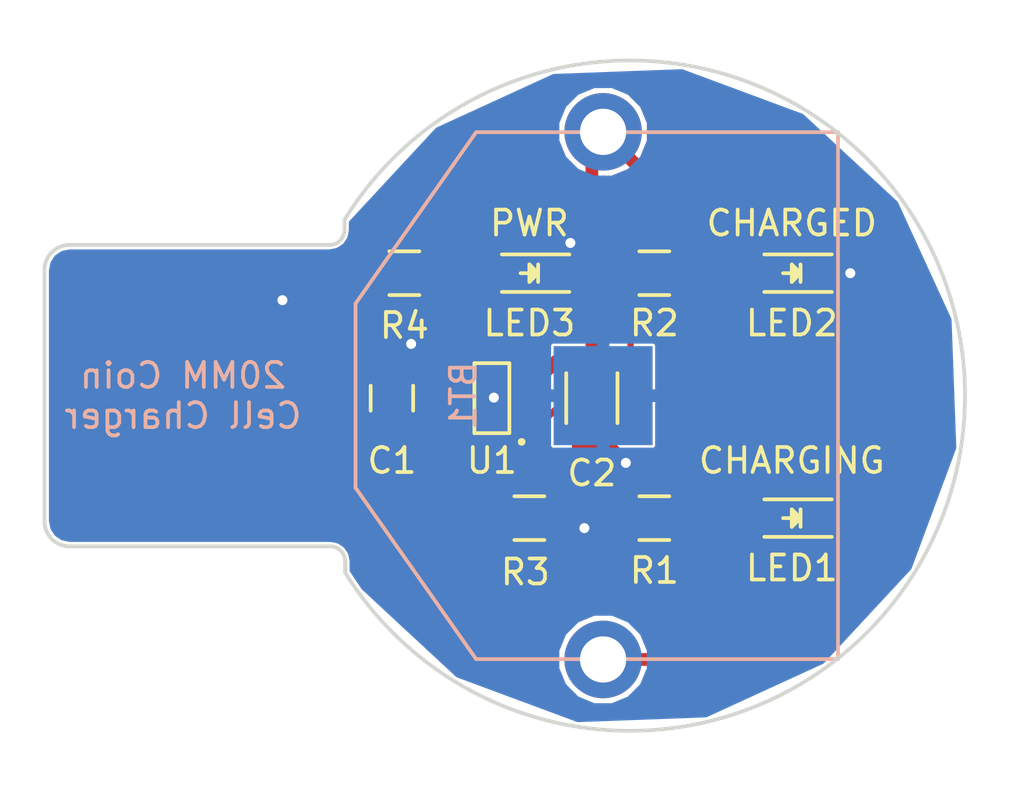
<source format=kicad_pcb>
(kicad_pcb (version 20160815) (host pcbnew "(2017-01-24 revision 0b6147e)-makepkg")

  (general
    (links 20)
    (no_connects 0)
    (area 102.32 79.57 143.310001 111.510001)
    (thickness 1.6)
    (drawings 14)
    (tracks 76)
    (zones 0)
    (modules 12)
    (nets 11)
  )

  (page A4)
  (layers
    (0 F.Cu signal)
    (31 B.Cu signal)
    (32 B.Adhes user)
    (33 F.Adhes user)
    (34 B.Paste user)
    (35 F.Paste user)
    (36 B.SilkS user)
    (37 F.SilkS user)
    (38 B.Mask user)
    (39 F.Mask user)
    (40 Dwgs.User user)
    (41 Cmts.User user)
    (42 Eco1.User user)
    (43 Eco2.User user)
    (44 Edge.Cuts user)
    (45 Margin user)
    (46 B.CrtYd user)
    (47 F.CrtYd user)
    (48 B.Fab user)
    (49 F.Fab user)
  )

  (setup
    (last_trace_width 0.508)
    (user_trace_width 0.254)
    (user_trace_width 0.508)
    (user_trace_width 0.762)
    (trace_clearance 0.2)
    (zone_clearance 0.1016)
    (zone_45_only no)
    (trace_min 0.2)
    (segment_width 0.2)
    (edge_width 0.15)
    (via_size 0.8)
    (via_drill 0.4)
    (via_min_size 0.4)
    (via_min_drill 0.3)
    (uvia_size 0.3)
    (uvia_drill 0.1)
    (uvias_allowed no)
    (uvia_min_size 0.2)
    (uvia_min_drill 0.1)
    (pcb_text_width 0.3)
    (pcb_text_size 1.5 1.5)
    (mod_edge_width 0.15)
    (mod_text_size 1 1)
    (mod_text_width 0.15)
    (pad_size 1.524 1.524)
    (pad_drill 0.762)
    (pad_to_mask_clearance 0.2)
    (aux_axis_origin 0 0)
    (visible_elements 7FFEFFFF)
    (pcbplotparams
      (layerselection 0x010f0_ffffffff)
      (usegerberextensions true)
      (excludeedgelayer true)
      (linewidth 0.100000)
      (plotframeref false)
      (viasonmask false)
      (mode 1)
      (useauxorigin false)
      (hpglpennumber 1)
      (hpglpenspeed 20)
      (hpglpendiameter 15)
      (psnegative false)
      (psa4output false)
      (plotreference true)
      (plotvalue true)
      (plotinvisibletext false)
      (padsonsilk false)
      (subtractmaskfromsilk true)
      (outputformat 1)
      (mirror false)
      (drillshape 0)
      (scaleselection 1)
      (outputdirectory Gerber/))
  )

  (net 0 "")
  (net 1 GND)
  (net 2 "Net-(BT1-Pad1)")
  (net 3 /+5V)
  (net 4 "Net-(J1-Pad3)")
  (net 5 "Net-(J1-Pad2)")
  (net 6 "Net-(LED1-Pad1)")
  (net 7 "Net-(LED2-Pad2)")
  (net 8 "Net-(R1-Pad2)")
  (net 9 "Net-(R3-Pad1)")
  (net 10 "Net-(LED3-Pad2)")

  (net_class Default "This is the default net class."
    (clearance 0.2)
    (trace_width 0.25)
    (via_dia 0.8)
    (via_drill 0.4)
    (uvia_dia 0.3)
    (uvia_drill 0.1)
    (add_net /+5V)
    (add_net GND)
    (add_net "Net-(BT1-Pad1)")
    (add_net "Net-(J1-Pad2)")
    (add_net "Net-(J1-Pad3)")
    (add_net "Net-(LED1-Pad1)")
    (add_net "Net-(LED2-Pad2)")
    (add_net "Net-(LED3-Pad2)")
    (add_net "Net-(R1-Pad2)")
    (add_net "Net-(R3-Pad1)")
  )

  (module BatteryHolder_MPD_BK_888:BatteryHolder_MPD_BK_888 (layer B.Cu) (tedit 59322B2D) (tstamp 5958E169)
    (at 126.45 95.4 90)
    (path /594D1FAA)
    (fp_text reference BT1 (at 0 -5.588 90) (layer B.SilkS)
      (effects (font (size 1 1) (thickness 0.15)) (justify mirror))
    )
    (fp_text value "1 Cell Li-Ion Battery" (at 0 4.445 90) (layer B.Fab)
      (effects (font (size 1 1) (thickness 0.15)) (justify mirror))
    )
    (fp_line (start 10.541 9.398) (end 10.541 0) (layer B.SilkS) (width 0.15))
    (fp_line (start -10.541 9.398) (end 10.541 9.398) (layer B.SilkS) (width 0.15))
    (fp_line (start -10.541 0) (end -10.541 9.398) (layer B.SilkS) (width 0.15))
    (fp_line (start 10.541 0) (end 10.541 -5.08) (layer B.SilkS) (width 0.15))
    (fp_line (start 3.683 -9.906) (end 0 -9.906) (layer B.SilkS) (width 0.15))
    (fp_line (start 0 -9.906) (end -3.683 -9.906) (layer B.SilkS) (width 0.15))
    (fp_line (start 3.683 -9.906) (end 10.541 -5.08) (layer B.SilkS) (width 0.15))
    (fp_line (start -10.541 -5.08) (end -3.683 -9.906) (layer B.SilkS) (width 0.15))
    (fp_line (start -10.541 0) (end -10.541 -5.08) (layer B.SilkS) (width 0.15))
    (pad 2 smd rect (at 0 0 90) (size 3.96 3.96) (layers B.Cu B.Paste B.Mask)
      (net 1 GND))
    (pad 1 thru_hole circle (at 10.555 0 90) (size 3.1 3.1) (drill 1.85) (layers *.Cu *.Mask)
      (net 2 "Net-(BT1-Pad1)"))
    (pad 1 thru_hole circle (at -10.555 0 90) (size 3.1 3.1) (drill 1.85) (layers *.Cu *.Mask)
      (net 2 "Net-(BT1-Pad1)"))
    (model ${KIPRJMOD}/3dmodels/BK-888.step
      (at (xyz 0 0 0.1456692913385827))
      (scale (xyz 0.98 0.98 0.98))
      (rotate (xyz 270 0 0))
    )
  )

  (module Capacitors_SMD:C_0805 (layer F.Cu) (tedit 595A4D99) (tstamp 5958E16F)
    (at 118 95.5 90)
    (descr "Capacitor SMD 0805, reflow soldering, AVX (see smccp.pdf)")
    (tags "capacitor 0805")
    (path /594D1F2B)
    (attr smd)
    (fp_text reference C1 (at -2.5 0 180) (layer F.SilkS)
      (effects (font (size 1 1) (thickness 0.15)))
    )
    (fp_text value 4.7uF (at 0 2.1 90) (layer F.Fab)
      (effects (font (size 1 1) (thickness 0.15)))
    )
    (fp_line (start -1.8 -1) (end 1.8 -1) (layer F.CrtYd) (width 0.05))
    (fp_line (start -1.8 1) (end 1.8 1) (layer F.CrtYd) (width 0.05))
    (fp_line (start -1.8 -1) (end -1.8 1) (layer F.CrtYd) (width 0.05))
    (fp_line (start 1.8 -1) (end 1.8 1) (layer F.CrtYd) (width 0.05))
    (fp_line (start 0.5 -0.85) (end -0.5 -0.85) (layer F.SilkS) (width 0.15))
    (fp_line (start -0.5 0.85) (end 0.5 0.85) (layer F.SilkS) (width 0.15))
    (pad 1 smd rect (at -1 0 90) (size 1 1.25) (layers F.Cu F.Paste F.Mask)
      (net 3 /+5V))
    (pad 2 smd rect (at 1 0 90) (size 1 1.25) (layers F.Cu F.Paste F.Mask)
      (net 1 GND))
    (model Capacitors_SMD.3dshapes/C_0805.wrl
      (at (xyz 0 0 0))
      (scale (xyz 1 1 1))
      (rotate (xyz 0 0 0))
    )
  )

  (module Capacitors_SMD:C_1206 (layer F.Cu) (tedit 595B1198) (tstamp 5958E175)
    (at 126 95.5 270)
    (descr "Capacitor SMD 1206, reflow soldering, AVX (see smccp.pdf)")
    (tags "capacitor 1206")
    (path /594D1F54)
    (attr smd)
    (fp_text reference C2 (at 3 0) (layer F.SilkS)
      (effects (font (size 1 1) (thickness 0.15)))
    )
    (fp_text value 10uF (at 0 2.3 270) (layer F.Fab)
      (effects (font (size 1 1) (thickness 0.15)))
    )
    (fp_line (start -2.3 -1.15) (end 2.3 -1.15) (layer F.CrtYd) (width 0.05))
    (fp_line (start -2.3 1.15) (end 2.3 1.15) (layer F.CrtYd) (width 0.05))
    (fp_line (start -2.3 -1.15) (end -2.3 1.15) (layer F.CrtYd) (width 0.05))
    (fp_line (start 2.3 -1.15) (end 2.3 1.15) (layer F.CrtYd) (width 0.05))
    (fp_line (start 1 -1.025) (end -1 -1.025) (layer F.SilkS) (width 0.15))
    (fp_line (start -1 1.025) (end 1 1.025) (layer F.SilkS) (width 0.15))
    (pad 1 smd rect (at -1.5 0 270) (size 1 1.6) (layers F.Cu F.Paste F.Mask)
      (net 2 "Net-(BT1-Pad1)"))
    (pad 2 smd rect (at 1.5 0 270) (size 1 1.6) (layers F.Cu F.Paste F.Mask)
      (net 1 GND))
    (model Capacitors_SMD.3dshapes/C_1206.wrl
      (at (xyz 0 0 0))
      (scale (xyz 1 1 1))
      (rotate (xyz 0 0 0))
    )
  )

  (module Usb_A:usb-PCB (layer F.Cu) (tedit 542BB0AF) (tstamp 5958E183)
    (at 104.1 95.4 270)
    (path /594D0D6F)
    (attr virtual)
    (fp_text reference J1 (at 0.13 -7.85 270) (layer F.SilkS) hide
      (effects (font (size 1.5 1.5) (thickness 0.15)))
    )
    (fp_text value USB_A_PLUG (at 0.29 -10.13 270) (layer F.SilkS) hide
      (effects (font (size 1.5 1.5) (thickness 0.15)))
    )
    (fp_line (start 6.03 0) (end 6.03 -12) (layer Dwgs.User) (width 0.15))
    (fp_line (start 6.03 0) (end -6.03 0) (layer Dwgs.User) (width 0.15))
    (fp_line (start -6.03 0) (end -6.03 -12) (layer Dwgs.User) (width 0.15))
    (pad 1 connect rect (at 3.81 -4.9 270) (size 1.9 8) (layers F.Cu F.Mask)
      (net 3 /+5V))
    (pad 4 connect rect (at -3.81 -4.9 270) (size 1.9 8) (layers F.Cu F.Mask)
      (net 1 GND))
    (pad 3 connect rect (at -1.3 -5.15 270) (size 2 7.5) (layers F.Cu F.Mask)
      (net 4 "Net-(J1-Pad3)"))
    (pad 2 connect rect (at 1.3 -5.15 270) (size 2 7.5) (layers F.Cu F.Mask)
      (net 5 "Net-(J1-Pad2)"))
  )

  (module LEDs:LED_0805 (layer F.Cu) (tedit 595A4FC9) (tstamp 5958E189)
    (at 134 100.3 180)
    (descr "LED 0805 smd package")
    (tags "LED 0805 SMD")
    (path /594D1F97)
    (attr smd)
    (fp_text reference LED1 (at 0 -2 180) (layer F.SilkS)
      (effects (font (size 1 1) (thickness 0.15)))
    )
    (fp_text value ORANGE (at 0 1.75 180) (layer F.Fab)
      (effects (font (size 1 1) (thickness 0.15)))
    )
    (fp_line (start -1.9 -0.95) (end 1.9 -0.95) (layer F.CrtYd) (width 0.05))
    (fp_line (start -1.9 0.95) (end -1.9 -0.95) (layer F.CrtYd) (width 0.05))
    (fp_line (start 1.9 0.95) (end -1.9 0.95) (layer F.CrtYd) (width 0.05))
    (fp_line (start 1.9 -0.95) (end 1.9 0.95) (layer F.CrtYd) (width 0.05))
    (fp_line (start 0 0.35) (end -0.35 0) (layer F.SilkS) (width 0.15))
    (fp_line (start 0 -0.35) (end 0 0.35) (layer F.SilkS) (width 0.15))
    (fp_line (start -0.35 0) (end 0 -0.35) (layer F.SilkS) (width 0.15))
    (fp_line (start 0 0) (end 0.35 0) (layer F.SilkS) (width 0.15))
    (fp_line (start -0.35 -0.35) (end -0.35 0.35) (layer F.SilkS) (width 0.15))
    (fp_line (start -0.1 -0.1) (end -0.25 0.05) (layer F.SilkS) (width 0.15))
    (fp_line (start -0.1 0.15) (end -0.1 -0.1) (layer F.SilkS) (width 0.15))
    (fp_line (start -1.6 -0.75) (end 1.1 -0.75) (layer F.SilkS) (width 0.15))
    (fp_line (start -1.6 0.75) (end 1.1 0.75) (layer F.SilkS) (width 0.15))
    (pad 1 smd rect (at -1.04902 0) (size 1.19888 1.19888) (layers F.Cu F.Paste F.Mask)
      (net 6 "Net-(LED1-Pad1)"))
    (pad 2 smd rect (at 1.04902 0) (size 1.19888 1.19888) (layers F.Cu F.Paste F.Mask)
      (net 3 /+5V))
    (model LEDs.3dshapes/LED_0805.wrl
      (at (xyz 0 0 0))
      (scale (xyz 1 1 1))
      (rotate (xyz 0 0 0))
    )
  )

  (module LEDs:LED_0805 (layer F.Cu) (tedit 595A4FE0) (tstamp 5958E18F)
    (at 134 90.5 180)
    (descr "LED 0805 smd package")
    (tags "LED 0805 SMD")
    (path /594D1F9E)
    (attr smd)
    (fp_text reference LED2 (at 0 -2 180) (layer F.SilkS)
      (effects (font (size 1 1) (thickness 0.15)))
    )
    (fp_text value GREEN (at 0 1.75 180) (layer F.Fab)
      (effects (font (size 1 1) (thickness 0.15)))
    )
    (fp_line (start -1.6 0.75) (end 1.1 0.75) (layer F.SilkS) (width 0.15))
    (fp_line (start -1.6 -0.75) (end 1.1 -0.75) (layer F.SilkS) (width 0.15))
    (fp_line (start -0.1 0.15) (end -0.1 -0.1) (layer F.SilkS) (width 0.15))
    (fp_line (start -0.1 -0.1) (end -0.25 0.05) (layer F.SilkS) (width 0.15))
    (fp_line (start -0.35 -0.35) (end -0.35 0.35) (layer F.SilkS) (width 0.15))
    (fp_line (start 0 0) (end 0.35 0) (layer F.SilkS) (width 0.15))
    (fp_line (start -0.35 0) (end 0 -0.35) (layer F.SilkS) (width 0.15))
    (fp_line (start 0 -0.35) (end 0 0.35) (layer F.SilkS) (width 0.15))
    (fp_line (start 0 0.35) (end -0.35 0) (layer F.SilkS) (width 0.15))
    (fp_line (start 1.9 -0.95) (end 1.9 0.95) (layer F.CrtYd) (width 0.05))
    (fp_line (start 1.9 0.95) (end -1.9 0.95) (layer F.CrtYd) (width 0.05))
    (fp_line (start -1.9 0.95) (end -1.9 -0.95) (layer F.CrtYd) (width 0.05))
    (fp_line (start -1.9 -0.95) (end 1.9 -0.95) (layer F.CrtYd) (width 0.05))
    (pad 2 smd rect (at 1.04902 0) (size 1.19888 1.19888) (layers F.Cu F.Paste F.Mask)
      (net 7 "Net-(LED2-Pad2)"))
    (pad 1 smd rect (at -1.04902 0) (size 1.19888 1.19888) (layers F.Cu F.Paste F.Mask)
      (net 1 GND))
    (model LEDs.3dshapes/LED_0805.wrl
      (at (xyz 0 0 0))
      (scale (xyz 1 1 1))
      (rotate (xyz 0 0 0))
    )
  )

  (module Resistors_SMD:R_0805 (layer F.Cu) (tedit 5415CDEB) (tstamp 5958E195)
    (at 128.5 100.3 180)
    (descr "Resistor SMD 0805, reflow soldering, Vishay (see dcrcw.pdf)")
    (tags "resistor 0805")
    (path /594D1F65)
    (attr smd)
    (fp_text reference R1 (at 0 -2.1 180) (layer F.SilkS)
      (effects (font (size 1 1) (thickness 0.15)))
    )
    (fp_text value 470 (at 0 2.1 180) (layer F.Fab)
      (effects (font (size 1 1) (thickness 0.15)))
    )
    (fp_line (start -1.6 -1) (end 1.6 -1) (layer F.CrtYd) (width 0.05))
    (fp_line (start -1.6 1) (end 1.6 1) (layer F.CrtYd) (width 0.05))
    (fp_line (start -1.6 -1) (end -1.6 1) (layer F.CrtYd) (width 0.05))
    (fp_line (start 1.6 -1) (end 1.6 1) (layer F.CrtYd) (width 0.05))
    (fp_line (start 0.6 0.875) (end -0.6 0.875) (layer F.SilkS) (width 0.15))
    (fp_line (start -0.6 -0.875) (end 0.6 -0.875) (layer F.SilkS) (width 0.15))
    (pad 1 smd rect (at -0.95 0 180) (size 0.7 1.3) (layers F.Cu F.Paste F.Mask)
      (net 6 "Net-(LED1-Pad1)"))
    (pad 2 smd rect (at 0.95 0 180) (size 0.7 1.3) (layers F.Cu F.Paste F.Mask)
      (net 8 "Net-(R1-Pad2)"))
    (model Resistors_SMD.3dshapes/R_0805.wrl
      (at (xyz 0 0 0))
      (scale (xyz 1 1 1))
      (rotate (xyz 0 0 0))
    )
  )

  (module Resistors_SMD:R_0805 (layer F.Cu) (tedit 595A4FDB) (tstamp 5958E19B)
    (at 128.5 90.5 180)
    (descr "Resistor SMD 0805, reflow soldering, Vishay (see dcrcw.pdf)")
    (tags "resistor 0805")
    (path /594D1F6C)
    (attr smd)
    (fp_text reference R2 (at 0 -2 180) (layer F.SilkS)
      (effects (font (size 1 1) (thickness 0.15)))
    )
    (fp_text value 470 (at 0 2.1 180) (layer F.Fab)
      (effects (font (size 1 1) (thickness 0.15)))
    )
    (fp_line (start -0.6 -0.875) (end 0.6 -0.875) (layer F.SilkS) (width 0.15))
    (fp_line (start 0.6 0.875) (end -0.6 0.875) (layer F.SilkS) (width 0.15))
    (fp_line (start 1.6 -1) (end 1.6 1) (layer F.CrtYd) (width 0.05))
    (fp_line (start -1.6 -1) (end -1.6 1) (layer F.CrtYd) (width 0.05))
    (fp_line (start -1.6 1) (end 1.6 1) (layer F.CrtYd) (width 0.05))
    (fp_line (start -1.6 -1) (end 1.6 -1) (layer F.CrtYd) (width 0.05))
    (pad 2 smd rect (at 0.95 0 180) (size 0.7 1.3) (layers F.Cu F.Paste F.Mask)
      (net 8 "Net-(R1-Pad2)"))
    (pad 1 smd rect (at -0.95 0 180) (size 0.7 1.3) (layers F.Cu F.Paste F.Mask)
      (net 7 "Net-(LED2-Pad2)"))
    (model Resistors_SMD.3dshapes/R_0805.wrl
      (at (xyz 0 0 0))
      (scale (xyz 1 1 1))
      (rotate (xyz 0 0 0))
    )
  )

  (module Resistors_SMD:R_0805 (layer F.Cu) (tedit 595A4D66) (tstamp 5958E1A1)
    (at 123.5 100.3)
    (descr "Resistor SMD 0805, reflow soldering, Vishay (see dcrcw.pdf)")
    (tags "resistor 0805")
    (path /594D1F3B)
    (attr smd)
    (fp_text reference R3 (at -0.16 2.16) (layer F.SilkS)
      (effects (font (size 1 1) (thickness 0.15)))
    )
    (fp_text value 28K (at 0 2.1) (layer F.Fab)
      (effects (font (size 1 1) (thickness 0.15)))
    )
    (fp_line (start -0.6 -0.875) (end 0.6 -0.875) (layer F.SilkS) (width 0.15))
    (fp_line (start 0.6 0.875) (end -0.6 0.875) (layer F.SilkS) (width 0.15))
    (fp_line (start 1.6 -1) (end 1.6 1) (layer F.CrtYd) (width 0.05))
    (fp_line (start -1.6 -1) (end -1.6 1) (layer F.CrtYd) (width 0.05))
    (fp_line (start -1.6 1) (end 1.6 1) (layer F.CrtYd) (width 0.05))
    (fp_line (start -1.6 -1) (end 1.6 -1) (layer F.CrtYd) (width 0.05))
    (pad 2 smd rect (at 0.95 0) (size 0.7 1.3) (layers F.Cu F.Paste F.Mask)
      (net 1 GND))
    (pad 1 smd rect (at -0.95 0) (size 0.7 1.3) (layers F.Cu F.Paste F.Mask)
      (net 9 "Net-(R3-Pad1)"))
    (model Resistors_SMD.3dshapes/R_0805.wrl
      (at (xyz 0 0 0))
      (scale (xyz 1 1 1))
      (rotate (xyz 0 0 0))
    )
  )

  (module Resistors_SMD:R_0805 (layer F.Cu) (tedit 5415CDEB) (tstamp 5958E1A7)
    (at 118.5 90.5 180)
    (descr "Resistor SMD 0805, reflow soldering, Vishay (see dcrcw.pdf)")
    (tags "resistor 0805")
    (path /594C94A9)
    (attr smd)
    (fp_text reference R4 (at 0 -2.1 180) (layer F.SilkS)
      (effects (font (size 1 1) (thickness 0.15)))
    )
    (fp_text value 470 (at 0 2.1 180) (layer F.Fab)
      (effects (font (size 1 1) (thickness 0.15)))
    )
    (fp_line (start -1.6 -1) (end 1.6 -1) (layer F.CrtYd) (width 0.05))
    (fp_line (start -1.6 1) (end 1.6 1) (layer F.CrtYd) (width 0.05))
    (fp_line (start -1.6 -1) (end -1.6 1) (layer F.CrtYd) (width 0.05))
    (fp_line (start 1.6 -1) (end 1.6 1) (layer F.CrtYd) (width 0.05))
    (fp_line (start 0.6 0.875) (end -0.6 0.875) (layer F.SilkS) (width 0.15))
    (fp_line (start -0.6 -0.875) (end 0.6 -0.875) (layer F.SilkS) (width 0.15))
    (pad 1 smd rect (at -0.95 0 180) (size 0.7 1.3) (layers F.Cu F.Paste F.Mask)
      (net 3 /+5V))
    (pad 2 smd rect (at 0.95 0 180) (size 0.7 1.3) (layers F.Cu F.Paste F.Mask)
      (net 10 "Net-(LED3-Pad2)"))
    (model Resistors_SMD.3dshapes/R_0805.wrl
      (at (xyz 0 0 0))
      (scale (xyz 1 1 1))
      (rotate (xyz 0 0 0))
    )
  )

  (module Microchip_MCP73831:Microchip_MCP73831 (layer F.Cu) (tedit 595A4FCF) (tstamp 5958E1B0)
    (at 122 95.5 90)
    (path /594D1F7A)
    (fp_text reference U1 (at -2.5 0 180) (layer F.SilkS)
      (effects (font (size 1 1) (thickness 0.15)))
    )
    (fp_text value MCP73831 (at -0.2 -4.2 90) (layer F.Fab)
      (effects (font (size 1 1) (thickness 0.15)))
    )
    (fp_circle (center -1.75 1.19) (end -1.69 1.24) (layer F.SilkS) (width 0.15))
    (fp_line (start -1.4 0.7) (end -1.4 -0.7) (layer F.SilkS) (width 0.15))
    (fp_line (start 1.4 0.7) (end -1.4 0.7) (layer F.SilkS) (width 0.15))
    (fp_line (start 1.4 0.6) (end 1.4 0.7) (layer F.SilkS) (width 0.15))
    (fp_line (start 1.4 -0.7) (end 1.4 0.6) (layer F.SilkS) (width 0.15))
    (fp_line (start -1.4 -0.7) (end 1.4 -0.7) (layer F.SilkS) (width 0.15))
    (pad 3 smd rect (at 0.97 1.38 90) (size 0.6 1.1) (layers F.Cu F.Paste F.Mask)
      (net 2 "Net-(BT1-Pad1)"))
    (pad 2 smd rect (at 0.02 1.38 90) (size 0.6 1.1) (layers F.Cu F.Paste F.Mask)
      (net 1 GND))
    (pad 1 smd rect (at -0.93 1.38 90) (size 0.6 1.1) (layers F.Cu F.Paste F.Mask)
      (net 8 "Net-(R1-Pad2)"))
    (pad 5 smd rect (at -0.93 -1.42 90) (size 0.6 1.1) (layers F.Cu F.Paste F.Mask)
      (net 9 "Net-(R3-Pad1)"))
    (pad 4 smd rect (at 0.97 -1.42 90) (size 0.6 1.1) (layers F.Cu F.Paste F.Mask)
      (net 3 /+5V))
    (model "C:/Users/Stache/Documents/KiCad Projects/3DModels/TO_SOT_Packages_SMD.3dshapes/SOT-23-5.wrl"
      (at (xyz 0 0 0))
      (scale (xyz 1 1 1))
      (rotate (xyz 0 0 270))
    )
  )

  (module LEDs:LED_0805 (layer F.Cu) (tedit 595A4FD5) (tstamp 59593618)
    (at 123.5 90.5 180)
    (descr "LED 0805 smd package")
    (tags "LED 0805 SMD")
    (path /594C999B)
    (attr smd)
    (fp_text reference LED3 (at 0 -2 180) (layer F.SilkS)
      (effects (font (size 1 1) (thickness 0.15)))
    )
    (fp_text value PWR_LED (at 0 1.75 180) (layer F.Fab)
      (effects (font (size 1 1) (thickness 0.15)))
    )
    (fp_line (start -1.6 0.75) (end 1.1 0.75) (layer F.SilkS) (width 0.15))
    (fp_line (start -1.6 -0.75) (end 1.1 -0.75) (layer F.SilkS) (width 0.15))
    (fp_line (start -0.1 0.15) (end -0.1 -0.1) (layer F.SilkS) (width 0.15))
    (fp_line (start -0.1 -0.1) (end -0.25 0.05) (layer F.SilkS) (width 0.15))
    (fp_line (start -0.35 -0.35) (end -0.35 0.35) (layer F.SilkS) (width 0.15))
    (fp_line (start 0 0) (end 0.35 0) (layer F.SilkS) (width 0.15))
    (fp_line (start -0.35 0) (end 0 -0.35) (layer F.SilkS) (width 0.15))
    (fp_line (start 0 -0.35) (end 0 0.35) (layer F.SilkS) (width 0.15))
    (fp_line (start 0 0.35) (end -0.35 0) (layer F.SilkS) (width 0.15))
    (fp_line (start 1.9 -0.95) (end 1.9 0.95) (layer F.CrtYd) (width 0.05))
    (fp_line (start 1.9 0.95) (end -1.9 0.95) (layer F.CrtYd) (width 0.05))
    (fp_line (start -1.9 0.95) (end -1.9 -0.95) (layer F.CrtYd) (width 0.05))
    (fp_line (start -1.9 -0.95) (end 1.9 -0.95) (layer F.CrtYd) (width 0.05))
    (pad 2 smd rect (at 1.04902 0) (size 1.19888 1.19888) (layers F.Cu F.Paste F.Mask)
      (net 10 "Net-(LED3-Pad2)"))
    (pad 1 smd rect (at -1.04902 0) (size 1.19888 1.19888) (layers F.Cu F.Paste F.Mask)
      (net 1 GND))
    (model LEDs.3dshapes/LED_0805.wrl
      (at (xyz 0 0 0))
      (scale (xyz 1 1 1))
      (rotate (xyz 0 0 0))
    )
  )

  (gr_text "20MM Coin\nCell Charger" (at 109.64 95.4) (layer B.SilkS)
    (effects (font (size 1 1) (thickness 0.15)) (justify mirror))
  )
  (gr_arc (start 115.53 102.03) (end 116.13 102.03) (angle -90) (layer Edge.Cuts) (width 0.15) (tstamp 59638898))
  (gr_arc (start 115.5 88.77) (end 116.1 88.77) (angle 90) (layer Edge.Cuts) (width 0.15))
  (gr_line (start 116.1 88.37) (end 116.1 88.77) (angle 90) (layer Edge.Cuts) (width 0.15))
  (gr_line (start 105.1 89.37) (end 115.5 89.37) (angle 90) (layer Edge.Cuts) (width 0.15))
  (gr_text CHARGING (at 134 98) (layer F.SilkS) (tstamp 595A4FAF)
    (effects (font (size 1 1) (thickness 0.15)))
  )
  (gr_text CHARGED (at 134 88.5) (layer F.SilkS)
    (effects (font (size 1 1) (thickness 0.15)))
  )
  (gr_text PWR (at 123.5 88.5) (layer F.SilkS)
    (effects (font (size 1 1) (thickness 0.15)))
  )
  (gr_line (start 116.13 102.48338) (end 116.13 102.03) (angle 90) (layer Edge.Cuts) (width 0.15))
  (gr_arc (start 127.52 95.4) (end 116.1 88.37) (angle 296.5) (layer Edge.Cuts) (width 0.15))
  (gr_line (start 104.1 90.37) (end 104.1 100.43) (angle 90) (layer Edge.Cuts) (width 0.15))
  (gr_line (start 115.53 101.43) (end 105.1 101.43) (angle 90) (layer Edge.Cuts) (width 0.15))
  (gr_arc (start 105.1 100.43) (end 105.1 101.43) (angle 90) (layer Edge.Cuts) (width 0.15))
  (gr_arc (start 105.1 90.37) (end 104.1 90.37) (angle 90) (layer Edge.Cuts) (width 0.15))

  (segment (start 124.45 100.3) (end 125.3 100.3) (width 0.254) (layer F.Cu) (net 1))
  (segment (start 125.3 100.3) (end 125.7 100.7) (width 0.254) (layer F.Cu) (net 1))
  (via (at 125.7 100.7) (size 0.8) (drill 0.4) (layers F.Cu B.Cu) (net 1))
  (segment (start 109 91.59) (end 113.61 91.59) (width 0.508) (layer F.Cu) (net 1))
  (segment (start 113.61 91.59) (end 113.62 91.58) (width 0.508) (layer F.Cu) (net 1))
  (via (at 113.62 91.58) (size 0.8) (drill 0.4) (layers F.Cu B.Cu) (net 1))
  (segment (start 124.54902 90.5) (end 124.54902 89.88098) (width 0.254) (layer F.Cu) (net 1))
  (segment (start 124.54902 89.88098) (end 125.14 89.29) (width 0.254) (layer F.Cu) (net 1))
  (via (at 125.14 89.29) (size 0.8) (drill 0.4) (layers F.Cu B.Cu) (net 1))
  (segment (start 118 94.5) (end 118 94.1) (width 0.254) (layer F.Cu) (net 1))
  (segment (start 118 94.1) (end 118.77 93.33) (width 0.254) (layer F.Cu) (net 1))
  (via (at 118.77 93.33) (size 0.8) (drill 0.4) (layers F.Cu B.Cu) (net 1))
  (segment (start 126 97) (end 126.27 97) (width 0.508) (layer F.Cu) (net 1))
  (segment (start 126.27 97) (end 127.36 98.09) (width 0.508) (layer F.Cu) (net 1))
  (via (at 127.36 98.09) (size 0.8) (drill 0.4) (layers F.Cu B.Cu) (net 1))
  (segment (start 123.38 95.48) (end 122.08 95.48) (width 0.508) (layer F.Cu) (net 1))
  (via (at 122.08 95.48) (size 0.8) (drill 0.4) (layers F.Cu B.Cu) (net 1))
  (segment (start 135.04902 90.5) (end 136.34 90.5) (width 0.254) (layer F.Cu) (net 1))
  (via (at 136.34 90.5) (size 0.8) (drill 0.4) (layers F.Cu B.Cu) (net 1))
  (segment (start 128.48 91.65) (end 128.48 86.875) (width 0.508) (layer F.Cu) (net 2))
  (segment (start 128.48 86.875) (end 126.45 84.845) (width 0.508) (layer F.Cu) (net 2))
  (segment (start 129.44 92.61) (end 128.48 91.65) (width 0.508) (layer F.Cu) (net 2))
  (segment (start 130.25 92.61) (end 129.44 92.61) (width 0.508) (layer F.Cu) (net 2))
  (segment (start 136.87 99.23) (end 130.25 92.61) (width 0.508) (layer F.Cu) (net 2))
  (segment (start 136.87 101.31) (end 136.87 99.23) (width 0.508) (layer F.Cu) (net 2))
  (segment (start 132.225 105.955) (end 136.87 101.31) (width 0.508) (layer F.Cu) (net 2))
  (segment (start 126.45 105.955) (end 132.225 105.955) (width 0.508) (layer F.Cu) (net 2))
  (segment (start 126 94) (end 126 85.295) (width 0.508) (layer F.Cu) (net 2))
  (segment (start 126 85.295) (end 126.45 84.845) (width 0.508) (layer F.Cu) (net 2))
  (segment (start 124.07 94.53) (end 124.6 94) (width 0.508) (layer F.Cu) (net 2))
  (segment (start 124.6 94) (end 126 94) (width 0.508) (layer F.Cu) (net 2))
  (segment (start 123.38 94.53) (end 124.07 94.53) (width 0.508) (layer F.Cu) (net 2))
  (segment (start 131.89 102.47) (end 132.95098 101.40902) (width 0.508) (layer F.Cu) (net 3))
  (segment (start 132.95098 101.40902) (end 132.95098 100.3) (width 0.508) (layer F.Cu) (net 3))
  (segment (start 121.27 102.47) (end 131.89 102.47) (width 0.508) (layer F.Cu) (net 3))
  (segment (start 118 99.2) (end 121.27 102.47) (width 0.508) (layer F.Cu) (net 3))
  (segment (start 118 98) (end 118 99.2) (width 0.508) (layer F.Cu) (net 3))
  (segment (start 118.8 92.4) (end 119.45 91.75) (width 0.508) (layer F.Cu) (net 3))
  (segment (start 119.45 91.75) (end 119.45 90.5) (width 0.508) (layer F.Cu) (net 3))
  (segment (start 117.2 92.4) (end 118.8 92.4) (width 0.508) (layer F.Cu) (net 3))
  (segment (start 115.7 93.9) (end 117.2 92.4) (width 0.508) (layer F.Cu) (net 3))
  (segment (start 115.7 97) (end 115.7 93.9) (width 0.508) (layer F.Cu) (net 3))
  (segment (start 113.49 99.21) (end 115.7 97) (width 0.508) (layer F.Cu) (net 3))
  (segment (start 109 99.21) (end 113.49 99.21) (width 0.508) (layer F.Cu) (net 3))
  (segment (start 119.5 94.8) (end 119.77 94.53) (width 0.508) (layer F.Cu) (net 3))
  (segment (start 119.77 94.53) (end 120.58 94.53) (width 0.508) (layer F.Cu) (net 3))
  (segment (start 119.5 95.7) (end 119.5 94.8) (width 0.508) (layer F.Cu) (net 3))
  (segment (start 118.7 96.5) (end 119.5 95.7) (width 0.508) (layer F.Cu) (net 3))
  (segment (start 118 96.5) (end 118.7 96.5) (width 0.508) (layer F.Cu) (net 3))
  (segment (start 116.79 99.21) (end 118 98) (width 0.508) (layer F.Cu) (net 3))
  (segment (start 118 98) (end 118 96.5) (width 0.508) (layer F.Cu) (net 3))
  (segment (start 109 99.21) (end 116.79 99.21) (width 0.508) (layer F.Cu) (net 3))
  (segment (start 118 96.5) (end 117.5 96.5) (width 0.25) (layer F.Cu) (net 3))
  (segment (start 134.6 98.83) (end 135.04902 99.27902) (width 0.254) (layer F.Cu) (net 6))
  (segment (start 135.04902 99.27902) (end 135.04902 100.3) (width 0.254) (layer F.Cu) (net 6))
  (segment (start 131.72 98.83) (end 134.6 98.83) (width 0.254) (layer F.Cu) (net 6))
  (segment (start 130.25 100.3) (end 131.72 98.83) (width 0.254) (layer F.Cu) (net 6))
  (segment (start 129.45 100.3) (end 130.25 100.3) (width 0.254) (layer F.Cu) (net 6))
  (segment (start 129.45 100) (end 129.5 100) (width 0.25) (layer F.Cu) (net 6))
  (segment (start 132.95098 90.5) (end 129.45 90.5) (width 0.254) (layer F.Cu) (net 7))
  (segment (start 123.38 97.18) (end 126.5 100.3) (width 0.254) (layer F.Cu) (net 8))
  (segment (start 126.5 100.3) (end 127.55 100.3) (width 0.254) (layer F.Cu) (net 8))
  (segment (start 123.38 96.43) (end 123.38 97.18) (width 0.254) (layer F.Cu) (net 8))
  (segment (start 123.38 96.43) (end 124.07 96.43) (width 0.254) (layer F.Cu) (net 8))
  (segment (start 124.07 96.43) (end 125 95.5) (width 0.254) (layer F.Cu) (net 8))
  (segment (start 125 95.5) (end 126.7 95.5) (width 0.254) (layer F.Cu) (net 8))
  (segment (start 126.7 95.5) (end 127.55 94.65) (width 0.254) (layer F.Cu) (net 8))
  (segment (start 127.55 94.65) (end 127.55 90.5) (width 0.254) (layer F.Cu) (net 8))
  (segment (start 120.58 99.38) (end 121.5 100.3) (width 0.254) (layer F.Cu) (net 9))
  (segment (start 121.5 100.3) (end 122.55 100.3) (width 0.254) (layer F.Cu) (net 9))
  (segment (start 120.58 96.43) (end 120.58 99.38) (width 0.254) (layer F.Cu) (net 9))
  (segment (start 122 88.9) (end 122.45098 89.35098) (width 0.254) (layer F.Cu) (net 10))
  (segment (start 122.45098 89.35098) (end 122.45098 90.5) (width 0.254) (layer F.Cu) (net 10))
  (segment (start 118.2 88.9) (end 122 88.9) (width 0.254) (layer F.Cu) (net 10))
  (segment (start 117.55 89.55) (end 118.2 88.9) (width 0.254) (layer F.Cu) (net 10))
  (segment (start 117.55 90.5) (end 117.55 89.55) (width 0.254) (layer F.Cu) (net 10))

  (zone (net 1) (net_name GND) (layer B.Cu) (tstamp 595B179B) (hatch edge 0.508)
    (connect_pads (clearance 0.1016))
    (min_thickness 0.254)
    (fill yes (arc_segments 16) (thermal_gap 0.1016) (thermal_bridge_width 0.508))
    (polygon
      (pts
        (xy 102.32 79.57) (xy 143.31 79.57) (xy 143.26 111.51) (xy 102.36 111.51)
      )
    )
    (filled_polygon
      (pts
        (xy 134.387729 84.243606) (xy 138.134321 87.721001) (xy 140.26498 92.367456) (xy 140.455331 97.475584) (xy 138.676394 102.267729)
        (xy 135.199 106.01432) (xy 130.552544 108.14498) (xy 125.444416 108.335331) (xy 120.652271 106.556394) (xy 120.404818 106.32672)
        (xy 124.572675 106.32672) (xy 124.857829 107.016846) (xy 125.385376 107.545316) (xy 126.075004 107.831674) (xy 126.82172 107.832325)
        (xy 127.511846 107.547171) (xy 128.040316 107.019624) (xy 128.326674 106.329996) (xy 128.327325 105.58328) (xy 128.042171 104.893154)
        (xy 127.514624 104.364684) (xy 126.824996 104.078326) (xy 126.07828 104.077675) (xy 125.388154 104.362829) (xy 124.859684 104.890376)
        (xy 124.573326 105.580004) (xy 124.572675 106.32672) (xy 120.404818 106.32672) (xy 116.887262 103.061906) (xy 116.4336 102.38638)
        (xy 116.4336 102.03) (xy 116.427766 102.000671) (xy 116.427766 101.970771) (xy 116.382095 101.741166) (xy 116.382095 101.741161)
        (xy 116.336762 101.631719) (xy 116.206701 101.437069) (xy 116.206699 101.437065) (xy 116.122936 101.353302) (xy 115.928284 101.22324)
        (xy 115.928281 101.223237) (xy 115.836473 101.185209) (xy 115.81884 101.177905) (xy 115.818839 101.177905) (xy 115.589229 101.132234)
        (xy 115.559329 101.132234) (xy 115.53 101.1264) (xy 105.129899 101.1264) (xy 104.835776 101.067896) (xy 104.611776 100.918224)
        (xy 104.462104 100.694224) (xy 104.4036 100.400101) (xy 104.4036 95.58415) (xy 124.2414 95.58415) (xy 124.2414 97.425471)
        (xy 124.276202 97.509491) (xy 124.340508 97.573797) (xy 124.424528 97.6086) (xy 126.26585 97.6086) (xy 126.323 97.55145)
        (xy 126.323 95.527) (xy 126.577 95.527) (xy 126.577 97.55145) (xy 126.63415 97.6086) (xy 128.475472 97.6086)
        (xy 128.559492 97.573797) (xy 128.623798 97.509491) (xy 128.6586 97.425471) (xy 128.6586 95.58415) (xy 128.60145 95.527)
        (xy 126.577 95.527) (xy 126.323 95.527) (xy 124.29855 95.527) (xy 124.2414 95.58415) (xy 104.4036 95.58415)
        (xy 104.4036 93.374529) (xy 124.2414 93.374529) (xy 124.2414 95.21585) (xy 124.29855 95.273) (xy 126.323 95.273)
        (xy 126.323 93.24855) (xy 126.577 93.24855) (xy 126.577 95.273) (xy 128.60145 95.273) (xy 128.6586 95.21585)
        (xy 128.6586 93.374529) (xy 128.623798 93.290509) (xy 128.559492 93.226203) (xy 128.475472 93.1914) (xy 126.63415 93.1914)
        (xy 126.577 93.24855) (xy 126.323 93.24855) (xy 126.26585 93.1914) (xy 124.424528 93.1914) (xy 124.340508 93.226203)
        (xy 124.276202 93.290509) (xy 124.2414 93.374529) (xy 104.4036 93.374529) (xy 104.4036 90.399899) (xy 104.462104 90.105776)
        (xy 104.611776 89.881776) (xy 104.835776 89.732104) (xy 105.129899 89.6736) (xy 115.5 89.6736) (xy 115.529329 89.667766)
        (xy 115.559229 89.667766) (xy 115.788839 89.622095) (xy 115.78884 89.622095) (xy 115.820894 89.608817) (xy 115.898281 89.576763)
        (xy 115.898284 89.57676) (xy 116.092936 89.446698) (xy 116.176699 89.362935) (xy 116.176701 89.362931) (xy 116.306762 89.168281)
        (xy 116.352095 89.058839) (xy 116.352095 89.058834) (xy 116.397766 88.829229) (xy 116.397766 88.799329) (xy 116.4036 88.77)
        (xy 116.4036 88.489181) (xy 119.44093 85.21672) (xy 124.572675 85.21672) (xy 124.857829 85.906846) (xy 125.385376 86.435316)
        (xy 126.075004 86.721674) (xy 126.82172 86.722325) (xy 127.511846 86.437171) (xy 128.040316 85.909624) (xy 128.326674 85.219996)
        (xy 128.327325 84.47328) (xy 128.042171 83.783154) (xy 127.514624 83.254684) (xy 126.824996 82.968326) (xy 126.07828 82.967675)
        (xy 125.388154 83.252829) (xy 124.859684 83.780376) (xy 124.573326 84.470004) (xy 124.572675 85.21672) (xy 119.44093 85.21672)
        (xy 119.841001 84.785679) (xy 124.487456 82.65502) (xy 129.595584 82.464669)
      )
    )
  )
)

</source>
